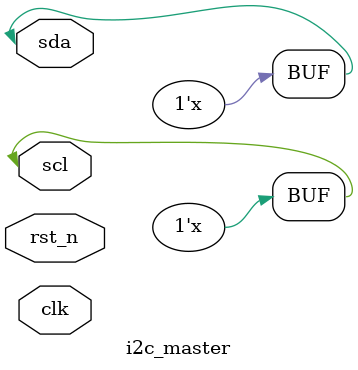
<source format=v>
module i2c_master(
    input  wire clk,
    input  wire rst_n,
    inout  wire sda,
    inout  wire scl
);
    // Leave lines released. Real open-drain drive comes in Week 4.
    assign sda = 1'bz;
    assign scl = 1'bz;
endmodule

</source>
